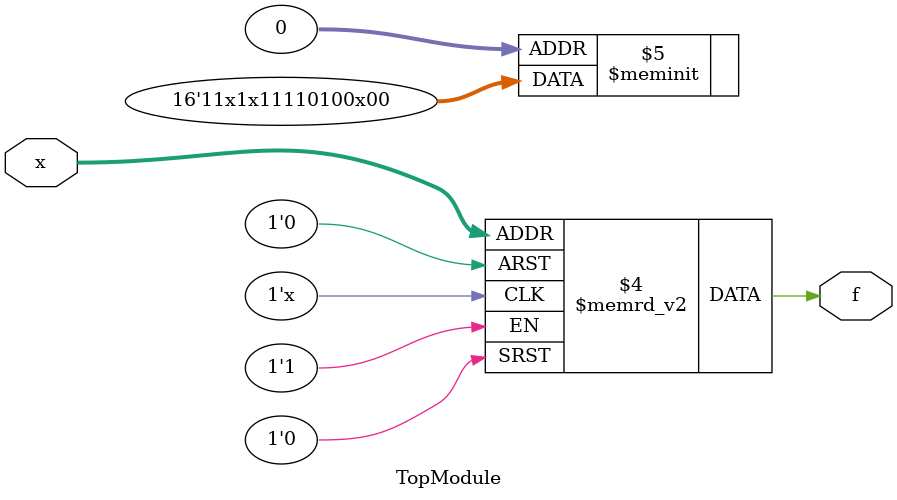
<source format=sv>

module TopModule (
  input [4:1] x,
  output logic f
);
always @(*) begin
    case ({x[4], x[3], x[2], x[1]})
        4'b0000, 4'b0001, 4'b0011, 4'b0100, 4'b0110: f = 1'b0;
        4'b0101, 4'b0111, 4'b1000, 4'b1001, 4'b1010, 4'b1100, 4'b1110, 4'b1111: f = 1'b1;
        default: f = 1'bx; // don't-care condition
    endcase
end

endmodule

</source>
